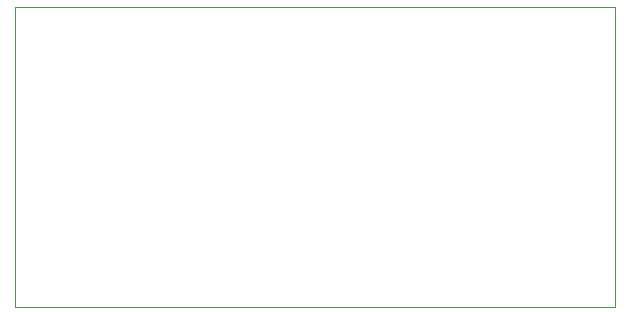
<source format=gm1>
%TF.GenerationSoftware,KiCad,Pcbnew,(5.1.8-0-10_14)*%
%TF.CreationDate,2021-01-31T16:12:45+00:00*%
%TF.ProjectId,dc-mixer,64632d6d-6978-4657-922e-6b696361645f,rev?*%
%TF.SameCoordinates,Original*%
%TF.FileFunction,Profile,NP*%
%FSLAX46Y46*%
G04 Gerber Fmt 4.6, Leading zero omitted, Abs format (unit mm)*
G04 Created by KiCad (PCBNEW (5.1.8-0-10_14)) date 2021-01-31 16:12:45*
%MOMM*%
%LPD*%
G01*
G04 APERTURE LIST*
%TA.AperFunction,Profile*%
%ADD10C,0.050000*%
%TD*%
G04 APERTURE END LIST*
D10*
X101600000Y-101600000D02*
X101600000Y-127000000D01*
X101600000Y-127000000D02*
X152400000Y-127000000D01*
X152400000Y-101600000D02*
X152400000Y-127000000D01*
X101600000Y-101600000D02*
X152400000Y-101600000D01*
M02*

</source>
